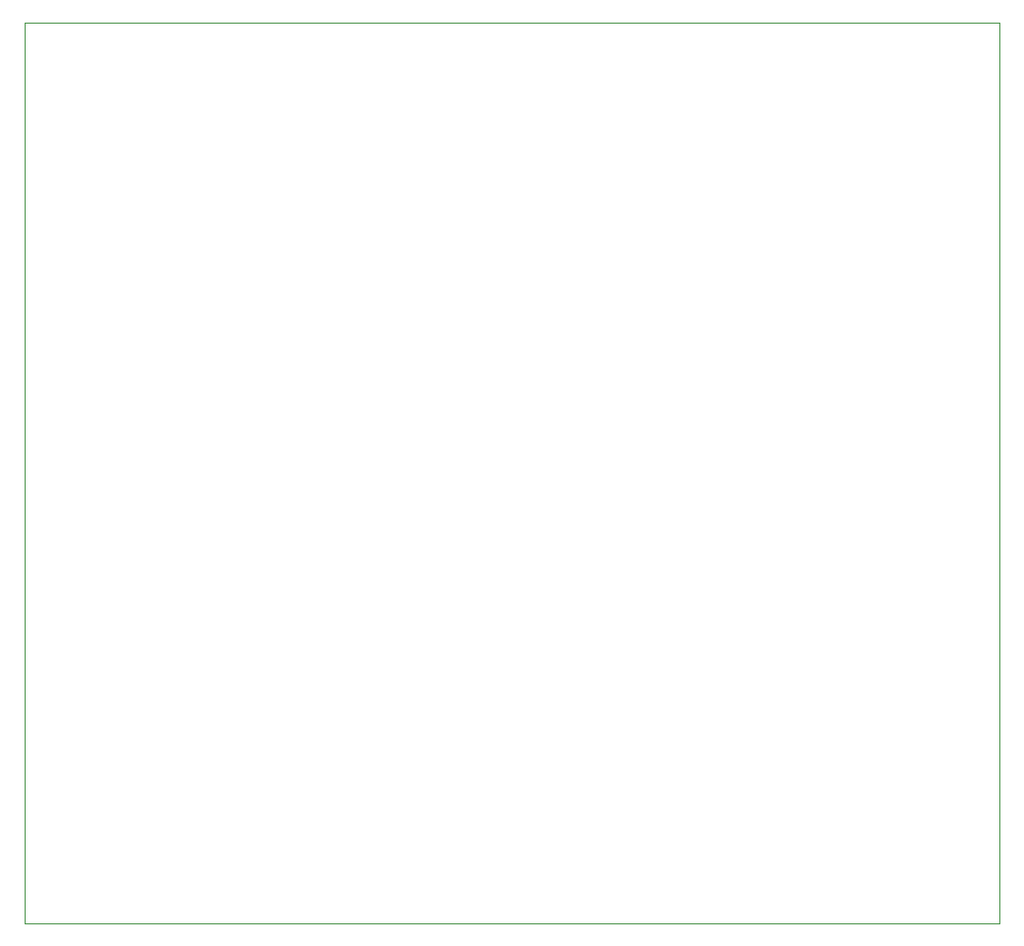
<source format=gbr>
%TF.GenerationSoftware,KiCad,Pcbnew,5.1.9-73d0e3b20d~88~ubuntu20.04.1*%
%TF.CreationDate,2021-05-01T11:52:03+02:00*%
%TF.ProjectId,anna_elsa_credit_display,616e6e61-5f65-46c7-9361-5f6372656469,rev?*%
%TF.SameCoordinates,Original*%
%TF.FileFunction,Profile,NP*%
%FSLAX46Y46*%
G04 Gerber Fmt 4.6, Leading zero omitted, Abs format (unit mm)*
G04 Created by KiCad (PCBNEW 5.1.9-73d0e3b20d~88~ubuntu20.04.1) date 2021-05-01 11:52:03*
%MOMM*%
%LPD*%
G01*
G04 APERTURE LIST*
%TA.AperFunction,Profile*%
%ADD10C,0.050000*%
%TD*%
G04 APERTURE END LIST*
D10*
X83820000Y-105410000D02*
X83820000Y-27940000D01*
X167640000Y-105410000D02*
X83820000Y-105410000D01*
X167640000Y-27940000D02*
X167640000Y-105410000D01*
X83820000Y-27940000D02*
X167640000Y-27940000D01*
M02*

</source>
